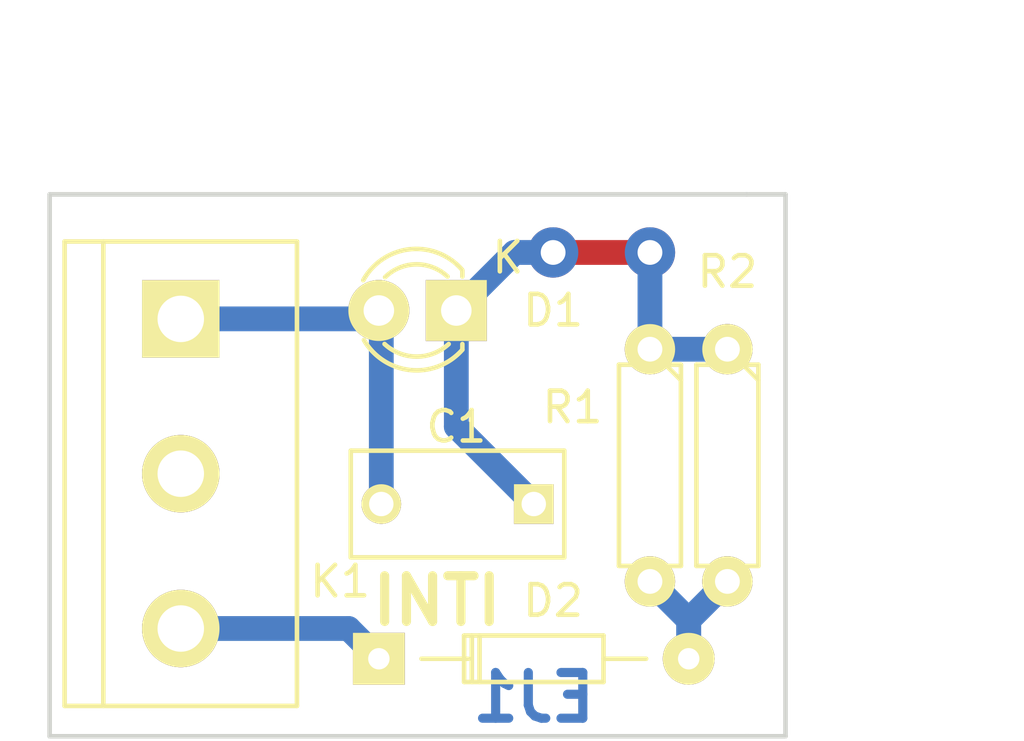
<source format=kicad_pcb>
(kicad_pcb (version 4) (host pcbnew 4.0.0-rc1-stable)

  (general
    (links 8)
    (no_connects 0)
    (area 133.909999 100.889999 158.190001 118.820001)
    (thickness 1.6)
    (drawings 10)
    (tracks 19)
    (zones 0)
    (modules 6)
    (nets 6)
  )

  (page A4)
  (title_block
    (title "Ejercicio 1 Kicad")
    (rev V0.0)
    (company FIUNER-INTI)
  )

  (layers
    (0 F.Cu signal)
    (31 B.Cu signal)
    (32 B.Adhes user)
    (33 F.Adhes user)
    (34 B.Paste user)
    (35 F.Paste user)
    (36 B.SilkS user)
    (37 F.SilkS user)
    (38 B.Mask user)
    (39 F.Mask user)
    (40 Dwgs.User user)
    (41 Cmts.User user)
    (42 Eco1.User user)
    (43 Eco2.User user)
    (44 Edge.Cuts user)
    (45 Margin user)
    (46 B.CrtYd user)
    (47 F.CrtYd user)
    (48 B.Fab user)
    (49 F.Fab user)
  )

  (setup
    (last_trace_width 0.8128)
    (user_trace_width 0.8128)
    (trace_clearance 0.8128)
    (zone_clearance 0.508)
    (zone_45_only no)
    (trace_min 0.8128)
    (segment_width 0.2)
    (edge_width 0.15)
    (via_size 1.651)
    (via_drill 0.8128)
    (via_min_size 1.651)
    (via_min_drill 0.8128)
    (user_via 1.651 0.8128)
    (uvia_size 0.3)
    (uvia_drill 0.1)
    (uvias_allowed no)
    (uvia_min_size 0.2)
    (uvia_min_drill 0.1)
    (pcb_text_width 0.3)
    (pcb_text_size 1.5 1.5)
    (mod_edge_width 0.15)
    (mod_text_size 1 1)
    (mod_text_width 0.15)
    (pad_size 1.524 1.524)
    (pad_drill 0.762)
    (pad_to_mask_clearance 0.2)
    (aux_axis_origin 0 0)
    (visible_elements 7FFFFFFF)
    (pcbplotparams
      (layerselection 0x00030_80000001)
      (usegerberextensions false)
      (excludeedgelayer true)
      (linewidth 0.100000)
      (plotframeref false)
      (viasonmask false)
      (mode 1)
      (useauxorigin false)
      (hpglpennumber 1)
      (hpglpenspeed 20)
      (hpglpendiameter 15)
      (hpglpenoverlay 2)
      (psnegative false)
      (psa4output false)
      (plotreference true)
      (plotvalue true)
      (plotinvisibletext false)
      (padsonsilk false)
      (subtractmaskfromsilk false)
      (outputformat 1)
      (mirror false)
      (drillshape 1)
      (scaleselection 1)
      (outputdirectory ""))
  )

  (net 0 "")
  (net 1 "Net-(C1-Pad1)")
  (net 2 "Net-(C1-Pad2)")
  (net 3 "Net-(D2-Pad2)")
  (net 4 "Net-(D2-Pad1)")
  (net 5 "Net-(K1-Pad2)")

  (net_class Default "This is the default net class."
    (clearance 0.8128)
    (trace_width 0.8128)
    (via_dia 1.651)
    (via_drill 0.8128)
    (uvia_dia 0.3)
    (uvia_drill 0.1)
    (add_net "Net-(C1-Pad1)")
    (add_net "Net-(C1-Pad2)")
    (add_net "Net-(D2-Pad1)")
    (add_net "Net-(D2-Pad2)")
    (add_net "Net-(K1-Pad2)")
  )

  (module ej1:C_Rect_L7_W3.5_P5 (layer F.Cu) (tedit 565CA5C0) (tstamp 565C69B9)
    (at 149.86 111.125 180)
    (descr "Film Capacitor Length 7mm x Width 3.5mm, Pitch 5mm")
    (tags Capacitor)
    (path /565C5D8E)
    (fp_text reference C1 (at 2.54 2.54 180) (layer F.SilkS)
      (effects (font (size 1 1) (thickness 0.15)))
    )
    (fp_text value 100nF (at 2.5 3 180) (layer F.Fab)
      (effects (font (size 1 1) (thickness 0.15)))
    )
    (fp_line (start -1.25 -2) (end 6.25 -2) (layer F.CrtYd) (width 0.05))
    (fp_line (start 6.25 -2) (end 6.25 2) (layer F.CrtYd) (width 0.05))
    (fp_line (start 6.25 2) (end -1.25 2) (layer F.CrtYd) (width 0.05))
    (fp_line (start -1.25 2) (end -1.25 -2) (layer F.CrtYd) (width 0.05))
    (fp_line (start -1 -1.75) (end 6 -1.75) (layer F.SilkS) (width 0.15))
    (fp_line (start 6 -1.75) (end 6 1.75) (layer F.SilkS) (width 0.15))
    (fp_line (start 6 1.75) (end -1 1.75) (layer F.SilkS) (width 0.15))
    (fp_line (start -1 1.75) (end -1 -1.75) (layer F.SilkS) (width 0.15))
    (pad 1 thru_hole rect (at 0 0 180) (size 1.3 1.3) (drill 0.8) (layers *.Cu *.Mask F.SilkS)
      (net 1 "Net-(C1-Pad1)"))
    (pad 2 thru_hole circle (at 5 0 180) (size 1.3 1.3) (drill 0.8) (layers *.Cu *.Mask F.SilkS)
      (net 2 "Net-(C1-Pad2)"))
    (model "F:/CIAA-Documentacion/Curso KICAD-INTI/Cuenca_Gonzalo/ej1.3dshapes/cnp_6mm_disc.wrl"
      (at (xyz 0.1 0 0))
      (scale (xyz 1 1 1))
      (rotate (xyz 0 0 0))
    )
  )

  (module ej1:LED-3MM (layer F.Cu) (tedit 565CA574) (tstamp 565C69BF)
    (at 147.32 104.775 180)
    (descr "LED 3mm round vertical")
    (tags "LED  3mm round vertical")
    (path /565C5D1F)
    (fp_text reference D1 (at -3.175 0 180) (layer F.SilkS)
      (effects (font (size 1 1) (thickness 0.15)))
    )
    (fp_text value "LED ROJO" (at 1.3 -2.9 180) (layer F.Fab)
      (effects (font (size 1 1) (thickness 0.15)))
    )
    (fp_line (start -1.2 2.3) (end 3.8 2.3) (layer F.CrtYd) (width 0.05))
    (fp_line (start 3.8 2.3) (end 3.8 -2.2) (layer F.CrtYd) (width 0.05))
    (fp_line (start 3.8 -2.2) (end -1.2 -2.2) (layer F.CrtYd) (width 0.05))
    (fp_line (start -1.2 -2.2) (end -1.2 2.3) (layer F.CrtYd) (width 0.05))
    (fp_line (start -0.199 1.314) (end -0.199 1.114) (layer F.SilkS) (width 0.15))
    (fp_line (start -0.199 -1.28) (end -0.199 -1.1) (layer F.SilkS) (width 0.15))
    (fp_arc (start 1.301 0.034) (end -0.199 -1.286) (angle 108.5) (layer F.SilkS) (width 0.15))
    (fp_arc (start 1.301 0.034) (end 0.25 -1.1) (angle 85.7) (layer F.SilkS) (width 0.15))
    (fp_arc (start 1.311 0.034) (end 3.051 0.994) (angle 110) (layer F.SilkS) (width 0.15))
    (fp_arc (start 1.301 0.034) (end 2.335 1.094) (angle 87.5) (layer F.SilkS) (width 0.15))
    (fp_text user K (at -1.69 1.74 180) (layer F.SilkS)
      (effects (font (size 1 1) (thickness 0.15)))
    )
    (pad 1 thru_hole rect (at 0 0 270) (size 2 2) (drill 1.00076) (layers *.Cu *.Mask F.SilkS)
      (net 1 "Net-(C1-Pad1)"))
    (pad 2 thru_hole circle (at 2.54 0 180) (size 2 2) (drill 1.00076) (layers *.Cu *.Mask F.SilkS)
      (net 2 "Net-(C1-Pad2)"))
    (model LEDs.3dshapes/LED-3MM.wrl
      (at (xyz 0.05 0 0))
      (scale (xyz 1 1 1))
      (rotate (xyz 0 0 90))
    )
    (model "F:/CIAA-Documentacion/Curso KICAD-INTI/Cuenca_Gonzalo/ej1.3dshapes/LED-3MM.wrl"
      (at (xyz 0.05 0 0))
      (scale (xyz 1 1 1))
      (rotate (xyz 0 0 90))
    )
  )

  (module ej1:Diode_DO-35_SOD27_Horizontal_RM10 (layer F.Cu) (tedit 565CA5BD) (tstamp 565C69C5)
    (at 144.78 116.205)
    (descr "Diode, DO-35,  SOD27, Horizontal, RM 10mm")
    (tags "Diode, DO-35, SOD27, Horizontal, RM 10mm, 1N4148,")
    (path /565C5E15)
    (fp_text reference D2 (at 5.715 -1.905) (layer F.SilkS)
      (effects (font (size 1 1) (thickness 0.15)))
    )
    (fp_text value 1N4148 (at 4.41452 -3.55854) (layer F.Fab)
      (effects (font (size 1 1) (thickness 0.15)))
    )
    (fp_line (start 7.36652 -0.00254) (end 8.76352 -0.00254) (layer F.SilkS) (width 0.15))
    (fp_line (start 2.92152 -0.00254) (end 1.39752 -0.00254) (layer F.SilkS) (width 0.15))
    (fp_line (start 3.30252 -0.76454) (end 3.30252 0.75946) (layer F.SilkS) (width 0.15))
    (fp_line (start 3.04852 -0.76454) (end 3.04852 0.75946) (layer F.SilkS) (width 0.15))
    (fp_line (start 2.79452 -0.00254) (end 2.79452 0.75946) (layer F.SilkS) (width 0.15))
    (fp_line (start 2.79452 0.75946) (end 7.36652 0.75946) (layer F.SilkS) (width 0.15))
    (fp_line (start 7.36652 0.75946) (end 7.36652 -0.76454) (layer F.SilkS) (width 0.15))
    (fp_line (start 7.36652 -0.76454) (end 2.79452 -0.76454) (layer F.SilkS) (width 0.15))
    (fp_line (start 2.79452 -0.76454) (end 2.79452 -0.00254) (layer F.SilkS) (width 0.15))
    (pad 2 thru_hole circle (at 10.16052 -0.00254 180) (size 1.69926 1.69926) (drill 0.70104) (layers *.Cu *.Mask F.SilkS)
      (net 3 "Net-(D2-Pad2)"))
    (pad 1 thru_hole rect (at 0.00052 -0.00254 180) (size 1.69926 1.69926) (drill 0.70104) (layers *.Cu *.Mask F.SilkS)
      (net 4 "Net-(D2-Pad1)"))
    (model Diodes_ThroughHole.3dshapes/Diode_DO-35_SOD27_Horizontal_RM10.wrl
      (at (xyz 0.1 0 0))
      (scale (xyz 0.4 0.4 0.4))
      (rotate (xyz 0 0 180))
    )
    (model "F:/CIAA-Documentacion/Curso KICAD-INTI/Cuenca_Gonzalo/ej1.3dshapes/Diode_DO-35_SOD27_Horizontal_RM10.wrl"
      (at (xyz 0.2 0 0))
      (scale (xyz 0.4 0.4 0.4))
      (rotate (xyz 0 0 180))
    )
  )

  (module ej1:bornier3 (layer F.Cu) (tedit 565CA59D) (tstamp 565C69CC)
    (at 138.285 110.130001 270)
    (descr "Bornier d'alimentation 3 pins")
    (tags DEV)
    (path /565C5BDD)
    (fp_text reference K1 (at 3.534999 -5.225 360) (layer F.SilkS)
      (effects (font (size 1 1) (thickness 0.15)))
    )
    (fp_text value CONN_3 (at 0 5.08 270) (layer F.Fab)
      (effects (font (size 1 1) (thickness 0.15)))
    )
    (fp_line (start -7.62 3.81) (end -7.62 -3.81) (layer F.SilkS) (width 0.15))
    (fp_line (start 7.62 3.81) (end 7.62 -3.81) (layer F.SilkS) (width 0.15))
    (fp_line (start -7.62 2.54) (end 7.62 2.54) (layer F.SilkS) (width 0.15))
    (fp_line (start -7.62 -3.81) (end 7.62 -3.81) (layer F.SilkS) (width 0.15))
    (fp_line (start -7.62 3.81) (end 7.62 3.81) (layer F.SilkS) (width 0.15))
    (pad 1 thru_hole rect (at -5.08 0 270) (size 2.54 2.54) (drill 1.524) (layers *.Cu *.Mask F.SilkS)
      (net 2 "Net-(C1-Pad2)"))
    (pad 2 thru_hole circle (at 0 0 270) (size 2.54 2.54) (drill 1.524) (layers *.Cu *.Mask F.SilkS)
      (net 5 "Net-(K1-Pad2)"))
    (pad 3 thru_hole circle (at 5.08 0 270) (size 2.54 2.54) (drill 1.524) (layers *.Cu *.Mask F.SilkS)
      (net 4 "Net-(D2-Pad1)"))
    (model Connect.3dshapes/bornier3.wrl
      (at (xyz 0 0 0))
      (scale (xyz 1 1 1))
      (rotate (xyz 0 0 0))
    )
    (model "F:/CIAA-Documentacion/Curso KICAD-INTI/Cuenca_Gonzalo/ej1.3dshapes/bornier3.wrl"
      (at (xyz 0 0 0))
      (scale (xyz 1 1 1))
      (rotate (xyz 0 0 0))
    )
  )

  (module ej1:R3-LARGE_PADS (layer F.Cu) (tedit 565CAB51) (tstamp 565C69D2)
    (at 153.67 109.855 270)
    (descr "Resitance 3 pas")
    (tags R)
    (path /565C5EB6)
    (fp_text reference R1 (at -1.905 2.54 360) (layer F.SilkS)
      (effects (font (size 1 1) (thickness 0.15)))
    )
    (fp_text value 100k (at 0 0 270) (layer F.Fab)
      (effects (font (size 1 1) (thickness 0.15)))
    )
    (fp_line (start -3.81 0) (end -3.302 0) (layer F.SilkS) (width 0.15))
    (fp_line (start 3.81 0) (end 3.302 0) (layer F.SilkS) (width 0.15))
    (fp_line (start 3.302 0) (end 3.302 -1.016) (layer F.SilkS) (width 0.15))
    (fp_line (start 3.302 -1.016) (end -3.302 -1.016) (layer F.SilkS) (width 0.15))
    (fp_line (start -3.302 -1.016) (end -3.302 1.016) (layer F.SilkS) (width 0.15))
    (fp_line (start -3.302 1.016) (end 3.302 1.016) (layer F.SilkS) (width 0.15))
    (fp_line (start 3.302 1.016) (end 3.302 0) (layer F.SilkS) (width 0.15))
    (fp_line (start -3.302 -0.508) (end -2.794 -1.016) (layer F.SilkS) (width 0.15))
    (pad 1 thru_hole circle (at -3.81 0 270) (size 1.651 1.651) (drill 0.8128) (layers *.Cu *.Mask F.SilkS)
      (net 1 "Net-(C1-Pad1)"))
    (pad 2 thru_hole circle (at 3.81 0 270) (size 1.651 1.651) (drill 0.8128) (layers *.Cu *.Mask F.SilkS)
      (net 3 "Net-(D2-Pad2)"))
    (model Discret.3dshapes/R3-LARGE_PADS.wrl
      (at (xyz 0 0 0))
      (scale (xyz 0.3 0.3 0.3))
      (rotate (xyz 0 0 0))
    )
    (model "F:/CIAA-Documentacion/Curso KICAD-INTI/Cuenca_Gonzalo/ej1.3dshapes/R3-LARGE_PADS.wrl"
      (at (xyz 0 0 0))
      (scale (xyz 0.3 0.3 0.3))
      (rotate (xyz 0 0 0))
    )
  )

  (module ej1:R3-LARGE_PADS (layer F.Cu) (tedit 565CAB44) (tstamp 565CAAE2)
    (at 156.21 109.855 270)
    (descr "Resitance 3 pas")
    (tags R)
    (path /565CA8C0)
    (fp_text reference R2 (at -6.35 0 360) (layer F.SilkS)
      (effects (font (size 1 1) (thickness 0.15)))
    )
    (fp_text value 100k (at 0 0 270) (layer F.Fab)
      (effects (font (size 1 1) (thickness 0.15)))
    )
    (fp_line (start -3.81 0) (end -3.302 0) (layer F.SilkS) (width 0.15))
    (fp_line (start 3.81 0) (end 3.302 0) (layer F.SilkS) (width 0.15))
    (fp_line (start 3.302 0) (end 3.302 -1.016) (layer F.SilkS) (width 0.15))
    (fp_line (start 3.302 -1.016) (end -3.302 -1.016) (layer F.SilkS) (width 0.15))
    (fp_line (start -3.302 -1.016) (end -3.302 1.016) (layer F.SilkS) (width 0.15))
    (fp_line (start -3.302 1.016) (end 3.302 1.016) (layer F.SilkS) (width 0.15))
    (fp_line (start 3.302 1.016) (end 3.302 0) (layer F.SilkS) (width 0.15))
    (fp_line (start -3.302 -0.508) (end -2.794 -1.016) (layer F.SilkS) (width 0.15))
    (pad 1 thru_hole circle (at -3.81 0 270) (size 1.651 1.651) (drill 0.8128) (layers *.Cu *.Mask F.SilkS)
      (net 1 "Net-(C1-Pad1)"))
    (pad 2 thru_hole circle (at 3.81 0 270) (size 1.651 1.651) (drill 0.8128) (layers *.Cu *.Mask F.SilkS)
      (net 3 "Net-(D2-Pad2)"))
    (model Discret.3dshapes/R3-LARGE_PADS.wrl
      (at (xyz 0 0 0))
      (scale (xyz 0.3 0.3 0.3))
      (rotate (xyz 0 0 0))
    )
    (model "F:/CIAA-Documentacion/Curso KICAD-INTI/Cuenca_Gonzalo/ej1.3dshapes/R3-LARGE_PADS.wrl"
      (at (xyz 0 0 0))
      (scale (xyz 0.3 0.3 0.3))
      (rotate (xyz 0 0 0))
    )
  )

  (dimension 17.78 (width 0.3) (layer Dwgs.User)
    (gr_text 17,780mm (at 163.275 109.855 270) (layer Dwgs.User)
      (effects (font (size 1.5 1.5) (thickness 0.3)))
    )
    (feature1 (pts (xy 158.115 118.745) (xy 164.625 118.745)))
    (feature2 (pts (xy 158.115 100.965) (xy 164.625 100.965)))
    (crossbar (pts (xy 161.925 100.965) (xy 161.925 118.745)))
    (arrow1a (pts (xy 161.925 118.745) (xy 161.338579 117.618496)))
    (arrow1b (pts (xy 161.925 118.745) (xy 162.511421 117.618496)))
    (arrow2a (pts (xy 161.925 100.965) (xy 161.338579 102.091504)))
    (arrow2b (pts (xy 161.925 100.965) (xy 162.511421 102.091504)))
  )
  (dimension 24.13 (width 0.3) (layer Dwgs.User)
    (gr_text 24,130mm (at 146.05 96.44) (layer Dwgs.User)
      (effects (font (size 1.5 1.5) (thickness 0.3)))
    )
    (feature1 (pts (xy 158.115 100.965) (xy 158.115 95.09)))
    (feature2 (pts (xy 133.985 100.965) (xy 133.985 95.09)))
    (crossbar (pts (xy 133.985 97.79) (xy 158.115 97.79)))
    (arrow1a (pts (xy 158.115 97.79) (xy 156.988496 98.376421)))
    (arrow1b (pts (xy 158.115 97.79) (xy 156.988496 97.203579)))
    (arrow2a (pts (xy 133.985 97.79) (xy 135.111504 98.376421)))
    (arrow2b (pts (xy 133.985 97.79) (xy 135.111504 97.203579)))
  )
  (gr_line (start 158.115 118.745) (end 156.845 118.745) (angle 90) (layer Edge.Cuts) (width 0.15))
  (gr_line (start 158.115 100.965) (end 156.845 100.965) (angle 90) (layer Edge.Cuts) (width 0.15))
  (gr_text INTI (at 146.685 114.3) (layer F.SilkS)
    (effects (font (size 1.5 1.5) (thickness 0.3)))
  )
  (gr_text EJ1 (at 149.86 117.475) (layer B.Cu)
    (effects (font (size 1.5 1.5) (thickness 0.3)) (justify mirror))
  )
  (gr_line (start 158.115 100.965) (end 158.115 118.745) (angle 90) (layer Edge.Cuts) (width 0.15))
  (gr_line (start 133.985 118.745) (end 133.985 100.965) (angle 90) (layer Edge.Cuts) (width 0.15))
  (gr_line (start 133.985 118.745) (end 156.845 118.745) (angle 90) (layer Edge.Cuts) (width 0.15))
  (gr_line (start 133.985 100.965) (end 156.845 100.965) (angle 90) (layer Edge.Cuts) (width 0.15))

  (segment (start 153.67 106.045) (end 156.21 106.045) (width 0.8128) (layer B.Cu) (net 1))
  (segment (start 147.32 104.775) (end 149.225 102.87) (width 0.8128) (layer B.Cu) (net 1))
  (segment (start 153.67 102.87) (end 153.67 106.045) (width 0.8128) (layer B.Cu) (net 1) (tstamp 565C6F96))
  (via (at 153.67 102.87) (size 1.651) (drill 0.8128) (layers F.Cu B.Cu) (net 1))
  (segment (start 150.495 102.87) (end 153.67 102.87) (width 0.8128) (layer F.Cu) (net 1) (tstamp 565C6F91))
  (via (at 150.495 102.87) (size 1.651) (drill 0.8128) (layers F.Cu B.Cu) (net 1))
  (segment (start 149.225 102.87) (end 150.495 102.87) (width 0.8128) (layer B.Cu) (net 1) (tstamp 565C6F8D))
  (segment (start 149.86 111.125) (end 147.32 108.585) (width 0.8128) (layer B.Cu) (net 1))
  (segment (start 147.32 108.585) (end 147.32 104.775) (width 0.8128) (layer B.Cu) (net 1) (tstamp 565C6F26))
  (segment (start 144.86 111.125) (end 144.86 104.855) (width 0.8128) (layer B.Cu) (net 2))
  (segment (start 144.86 104.855) (end 144.78 104.775) (width 0.8128) (layer B.Cu) (net 2) (tstamp 565C6F23))
  (segment (start 138.285 105.050001) (end 144.504999 105.050001) (width 0.8128) (layer B.Cu) (net 2))
  (segment (start 144.504999 105.050001) (end 144.78 104.775) (width 0.8128) (layer B.Cu) (net 2) (tstamp 565C6F1C))
  (segment (start 154.94052 116.20246) (end 154.94052 114.93448) (width 0.8128) (layer B.Cu) (net 3))
  (segment (start 154.94052 114.93448) (end 156.21 113.665) (width 0.8128) (layer B.Cu) (net 3) (tstamp 565CABC0))
  (segment (start 153.67 113.665) (end 154.94052 114.93552) (width 0.8128) (layer B.Cu) (net 3))
  (segment (start 154.94052 114.93552) (end 154.94052 116.20246) (width 0.8128) (layer B.Cu) (net 3) (tstamp 565C6F84))
  (segment (start 144.78052 116.20246) (end 143.788061 115.210001) (width 0.8128) (layer B.Cu) (net 4))
  (segment (start 143.788061 115.210001) (end 138.285 115.210001) (width 0.8128) (layer B.Cu) (net 4) (tstamp 565C6F38))

)

</source>
